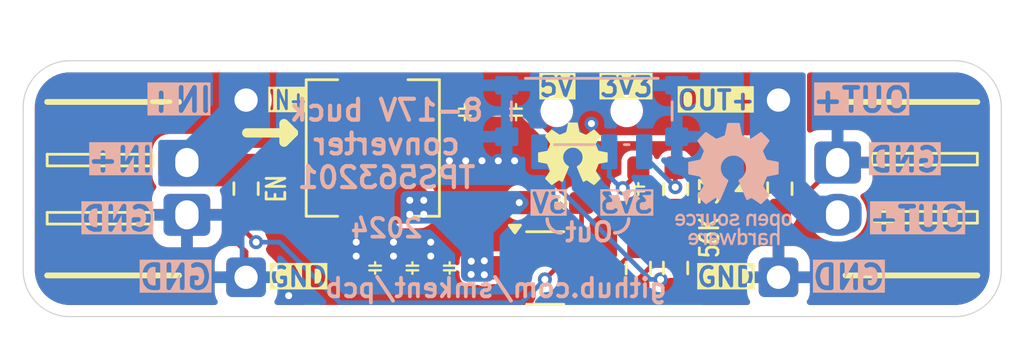
<source format=kicad_pcb>
(kicad_pcb (version 20240108) (generator "pcbnew") (generator_version "8.0")
  (layers (0 "F.Cu" signal) (31 "B.Cu" signal) (34 "B.Paste" user) (35 "F.Paste" user) (36 "B.SilkS" user "B.Silkscreen") (37 "F.SilkS" user "F.Silkscreen") (38 "B.Mask" user) (39 "F.Mask" user) (44 "Edge.Cuts" user))
  (net 0 "")
  (net 1 "GND")
  (net 2 "VIN")
  (net 3 "FB")
  (net 4 "VOUT")
  (net 5 "SW")
  (net 6 "Net-(U1-VBST)")
  (net 7 "Net-(LED1-A)")
  (net 8 "Net-(U1-EN)")
  (net 9 "Net-(SW1-C)")
  (net 10 "Net-(SW1-A)")
  (footprint "Resistor_SMD:R_0603_1608Metric_Pad0.98x0.95mm_HandSolder" (layer "F.Cu") (at 133.3925 69.2 -90)
    (property "Reference" "R3" (hide yes))
    (property "Value" "33K")
    (pad "1" smd roundrect (at -0.9125 0 270) (size 0.975 0.95) (layers "F.Cu" "F.Paste" "F.Mask") (net 9 "Net-(SW1-C)"))
    (pad "2" smd roundrect (at 0.9125 0 270) (size 0.975 0.95) (layers "F.Cu" "F.Paste" "F.Mask") (net 3 "FB"))
  )
  (footprint "discrete:C_0603_1608Metric_Pad1.08x0.95mm_HandSolder" (layer "F.Cu") (at 128.4925 69.8 180)
    (property "Reference" "C7" (hide yes))
    (property "Value" "0u1")
    (pad "1" smd roundrect (at -0.8625 0 180) (size 1.075 0.95) (layers "F.Cu" "F.Paste" "F.Mask") (net 6 "Net-(U1-VBST)"))
    (pad "2" smd roundrect (at 0.8625 0 180) (size 1.075 0.95) (layers "F.Cu" "F.Paste" "F.Mask") (net 5 "SW"))
  )
  (footprint "discrete:C_0603_1608Metric_Pad1.08x0.95mm_HandSolder" (layer "F.Cu") (at 123.6925 72.6 90)
    (property "Reference" "C3" (hide yes))
    (property "Value" "0u1")
    (pad "1" smd roundrect (at -0.8625 0 90) (size 1.075 0.95) (layers "F.Cu" "F.Paste" "F.Mask") (net 2 "VIN"))
    (pad "2" smd roundrect (at 0.8625 0 90) (size 1.075 0.95) (layers "F.Cu" "F.Paste" "F.Mask") (net 1 "GND"))
  )
  (footprint "Resistor_SMD:R_0603_1608Metric_Pad0.98x0.95mm_HandSolder" (layer "F.Cu") (at 133.3925 72.6 -90)
    (property "Reference" "R2" (hide yes))
    (property "Value" "56K")
    (pad "1" smd roundrect (at -0.9125 0 270) (size 0.975 0.95) (layers "F.Cu" "F.Paste" "F.Mask") (net 3 "FB"))
    (pad "2" smd roundrect (at 0.9125 0 270) (size 0.975 0.95) (layers "F.Cu" "F.Paste" "F.Mask") (net 10 "Net-(SW1-A)"))
  )
  (footprint "discrete:L_Power_5.7x5.2mm_0530" (layer "F.Cu") (at 120.3925 67.44 90)
    (property "Reference" "L1" (hide yes))
    (property "Value" "4u7")
    (pad "1" smd roundrect (at -2.3 0 90) (size 1.9 2.5) (layers "F.Cu" "F.Paste" "F.Mask") (net 5 "SW"))
    (pad "2" smd roundrect (at 2.3 0 90) (size 1.9 2.5) (layers "F.Cu" "F.Paste" "F.Mask") (net 4 "VOUT"))
  )
  (footprint "Resistor_SMD:R_0603_1608Metric_Pad0.98x0.95mm_HandSolder" (layer "F.Cu") (at 137.87 69.19 90)
    (property "Reference" "R0" (hide yes))
    (property "Value" "10K")
    (pad "1" smd roundrect (at -0.9125 0 90) (size 0.975 0.95) (layers "F.Cu" "F.Paste" "F.Mask") (net 7 "Net-(LED1-A)"))
    (pad "2" smd roundrect (at 0.9125 0 90) (size 0.975 0.95) (layers "F.Cu" "F.Paste" "F.Mask") (net 4 "VOUT"))
  )
  (footprint "Resistor_SMD:R_0603_1608Metric_Pad0.98x0.95mm_HandSolder" (layer "F.Cu") (at 131.7925 72.6 90)
    (property "Reference" "R1" (hide yes))
    (property "Value" "10K")
    (pad "1" smd roundrect (at -0.9125 0 90) (size 0.975 0.95) (layers "F.Cu" "F.Paste" "F.Mask") (net 1 "GND"))
    (pad "2" smd roundrect (at 0.9125 0 90) (size 0.975 0.95) (layers "F.Cu" "F.Paste" "F.Mask") (net 3 "FB"))
  )
  (footprint "Package_TO_SOT_SMD:SOT-23-6" (layer "F.Cu") (at 127.7925 72.6)
    (property "Reference" "U1" (hide yes))
    (property "Value" "TPS563200")
    (pad "1" smd roundrect (at -1.1375 -0.95) (size 1.325 0.6) (layers "F.Cu" "F.Paste" "F.Mask") (net 1 "GND"))
    (pad "2" smd roundrect (at -1.1375 0) (size 1.325 0.6) (layers "F.Cu" "F.Paste" "F.Mask") (net 5 "SW"))
    (pad "3" smd roundrect (at -1.1375 0.95) (size 1.325 0.6) (layers "F.Cu" "F.Paste" "F.Mask") (net 2 "VIN"))
    (pad "4" smd roundrect (at 1.1375 0.95) (size 1.325 0.6) (layers "F.Cu" "F.Paste" "F.Mask") (net 3 "FB"))
    (pad "5" smd roundrect (at 1.1375 0) (size 1.325 0.6) (layers "F.Cu" "F.Paste" "F.Mask") (net 8 "Net-(U1-EN)"))
    (pad "6" smd roundrect (at 1.1375 -0.95) (size 1.325 0.6) (layers "F.Cu" "F.Paste" "F.Mask") (net 6 "Net-(U1-VBST)"))
  )
  (footprint "discrete:C_0603_1608Metric_Pad1.08x0.95mm_HandSolder" (layer "F.Cu") (at 122.0925 72.6 90)
    (property "Reference" "C2" (hide yes))
    (property "Value" "10u")
    (pad "1" smd roundrect (at -0.8625 0 90) (size 1.075 0.95) (layers "F.Cu" "F.Paste" "F.Mask") (net 2 "VIN"))
    (pad "2" smd roundrect (at 0.8625 0 90) (size 1.075 0.95) (layers "F.Cu" "F.Paste" "F.Mask") (net 1 "GND"))
  )
  (footprint "custom:Conn_Combo_JST-1x02-XH_PH-THT-pad2gnd" (layer "F.Cu") (at 140.35 69.19 90)
    (property "Reference" "J4" (hide yes))
    (property "Value" "Conn_01x02")
    (pad "1" thru_hole oval (at -1.125 0 90) (size 1.8 2) (drill oval 1.25 1) (layers "*.Cu" "*.Mask") (net 4 "VOUT"))
    (pad "2" thru_hole roundrect (at 1.125 0 90) (size 1.8 2) (drill oval 1.25 1) (layers "*.Cu" "*.Mask") (roundrect_rratio 0.1388888889) (net 1 "GND"))
  )
  (footprint "discrete:C_0603_1608Metric_Pad1.08x0.95mm_HandSolder" (layer "F.Cu") (at 131.7925 69.2 90)
    (property "Reference" "C4" (hide yes))
    (property "Value" "75p")
    (pad "1" smd roundrect (at -0.8625 0 90) (size 1.075 0.95) (layers "F.Cu" "F.Paste" "F.Mask") (net 3 "FB"))
    (pad "2" smd roundrect (at 0.8625 0 90) (size 1.075 0.95) (layers "F.Cu" "F.Paste" "F.Mask") (net 4 "VOUT"))
  )
  (footprint "discrete:C_0603_1608Metric_Pad1.08x0.95mm_HandSolder" (layer "F.Cu") (at 120.4925 72.6 90)
    (property "Reference" "C1" (hide yes))
    (property "Value" "10u")
    (pad "1" smd roundrect (at -0.8625 0 90) (size 1.075 0.95) (layers "F.Cu" "F.Paste" "F.Mask") (net 2 "VIN"))
    (pad "2" smd roundrect (at 0.8625 0 90) (size 1.075 0.95) (layers "F.Cu" "F.Paste" "F.Mask") (net 1 "GND"))
  )
  (footprint "custom:LED_0603_1608Metric_Pad1.05x0.95mm_HandSolder_simple" (layer "F.Cu") (at 136.17 69.19 -90)
    (property "Reference" "LED1" (hide yes))
    (property "Value" "LED_Small")
    (pad "1" smd roundrect (at -0.875 0 270) (size 1.05 0.95) (layers "F.Cu" "F.Paste" "F.Mask") (net 1 "GND"))
    (pad "2" smd roundrect (at 0.875 0 270) (size 1.05 0.95) (layers "F.Cu" "F.Paste" "F.Mask") (net 7 "Net-(LED1-A)"))
  )
  (footprint "Resistor_SMD:R_0603_1608Metric_Pad0.98x0.95mm_HandSolder" (layer "F.Cu") (at 114.95 69.19 -90)
    (property "Reference" "R4" (hide yes))
    (property "Value" "10K")
    (pad "1" smd roundrect (at -0.9125 0 270) (size 0.975 0.95) (layers "F.Cu" "F.Paste" "F.Mask") (net 2 "VIN"))
    (pad "2" smd roundrect (at 0.9125 0 270) (size 0.975 0.95) (layers "F.Cu" "F.Paste" "F.Mask") (net 8 "Net-(U1-EN)"))
  )
  (footprint "discrete:C_0805_2012Metric_Pad1.18x1.45mm_HandSolder" (layer "F.Cu") (at 126.4925 65.9 -90)
    (property "Reference" "C9" (hide yes))
    (property "Value" "22u")
    (pad "1" smd roundrect (at -1.0375 0 270) (size 1.175 1.45) (layers "F.Cu" "F.Paste" "F.Mask") (roundrect_rratio 0.212766) (net 4 "VOUT"))
    (pad "2" smd roundrect (at 1.0375 0 270) (size 1.175 1.45) (layers "F.Cu" "F.Paste" "F.Mask") (roundrect_rratio 0.212766) (net 1 "GND"))
  )
  (footprint "custom:Conn_Combo_JST-1x02-XH_PH-THT-pad2gnd" (layer "F.Cu") (at 112.41 69.19 -90)
    (property "Reference" "J1" (hide yes))
    (property "Value" "Conn_01x02")
    (pad "1" thru_hole oval (at -1.125 0 270) (size 1.8 2) (drill oval 1.25 1) (layers "*.Cu" "*.Mask") (net 2 "VIN"))
    (pad "2" thru_hole roundrect (at 1.125 0 270) (size 1.8 2) (drill oval 1.25 1) (layers "*.Cu" "*.Mask") (roundrect_rratio 0.1388888889) (net 1 "GND"))
  )
  (footprint "discrete:C_0805_2012Metric_Pad1.18x1.45mm_HandSolder" (layer "F.Cu") (at 124.2925 65.9 -90)
    (property "Reference" "C8" (hide yes))
    (property "Value" "22u")
    (pad "1" smd roundrect (at -1.0375 0 270) (size 1.175 1.45) (layers "F.Cu" "F.Paste" "F.Mask") (roundrect_rratio 0.212766) (net 4 "VOUT"))
    (pad "2" smd roundrect (at 1.0375 0 270) (size 1.175 1.45) (layers "F.Cu" "F.Paste" "F.Mask") (roundrect_rratio 0.212766) (net 1 "GND"))
  )
  (footprint "graphics:oshw-logo-3mm" (layer "F.Cu") (at 128.98 67.69)
    (property "Reference" "G***" (hide yes))
    (property "Value" "LOGO" (hide yes))
  )
  (footprint "custom:PinHeader_1x01_P2.54mm_simple" (layer "B.Cu") (at 114.95 65.38 180)
    (property "Reference" "J2" (hide yes))
    (property "Value" "Conn_01x03")
    (pad "1" thru_hole oval (at 0 0 180) (size 1.7 1.7) (drill 1) (layers "*.Cu" "*.Mask") (net 2 "VIN"))
  )
  (footprint "graphics:oshw-logo-5mm-text" (layer "B.Cu") (at 135.88 68.99 180)
    (property "Reference" "G***" (hide yes))
    (property "Value" "LOGO" (hide yes))
  )
  (footprint "electromechanical:SW_SPDT_PCM12" (layer "B.Cu") (at 129.7925 66.175)
    (property "Reference" "SW1" (hide yes))
    (property "Value" "SW_SPDT_MountingPin")
    (pad "" np_thru_hole circle (at -1.5 -0.33) (size 0.9 0.9) (drill 0.9) (layers "*.Cu" "*.Mask"))
    (pad "" np_thru_hole circle (at 1.5 -0.33) (size 0.9 0.9) (drill 0.9) (layers "*.Cu" "*.Mask"))
    (pad "1" smd roundrect (at -2.25 1.43) (size 0.7 1.5) (layers "B.Cu" "B.Paste" "B.Mask") (roundrect_rratio 0.125) (net 10 "Net-(SW1-A)"))
    (pad "2" smd roundrect (at 0.75 1.43) (size 0.7 1.5) (layers "B.Cu" "B.Paste" "B.Mask") (roundrect_rratio 0.125) (net 4 "VOUT"))
    (pad "3" smd roundrect (at 2.25 1.43) (size 0.7 1.5) (layers "B.Cu" "B.Paste" "B.Mask") (roundrect_rratio 0.125) (net 9 "Net-(SW1-C)"))
    (pad "MP" smd roundrect (at -3.65 -1.43) (size 1 0.8) (layers "B.Cu" "B.Paste" "B.Mask") (roundrect_rratio 0.125) (net 1 "GND"))
    (pad "MP" smd roundrect (at -3.65 0.78) (size 1 0.8) (layers "B.Cu" "B.Paste" "B.Mask") (roundrect_rratio 0.125) (net 1 "GND"))
    (pad "MP" smd roundrect (at 3.65 -1.43) (size 1 0.8) (layers "B.Cu" "B.Paste" "B.Mask") (roundrect_rratio 0.125) (net 1 "GND"))
    (pad "MP" smd roundrect (at 3.65 0.78) (size 1 0.8) (layers "B.Cu" "B.Paste" "B.Mask") (roundrect_rratio 0.125) (net 1 "GND"))
  )
  (footprint "custom:PinHeader_1x01_P2.54mm_simple_square" (layer "B.Cu") (at 137.81 73 180)
    (property "Reference" "J6" (hide yes))
    (property "Value" "Conn_01x03")
    (pad "1" thru_hole roundrect (at 0 0 180) (size 1.7 1.7) (drill 1) (layers "*.Cu" "*.Mask") (roundrect_rratio 0.1470588235) (net 1 "GND"))
  )
  (footprint "custom:PinHeader_1x01_P2.54mm_simple" (layer "B.Cu") (at 137.81 65.38 180)
    (property "Reference" "J5" (hide yes))
    (property "Value" "Conn_01x03")
    (pad "1" thru_hole oval (at 0 0 180) (size 1.7 1.7) (drill 1) (layers "*.Cu" "*.Mask") (net 4 "VOUT"))
  )
  (footprint "custom:PinHeader_1x01_P2.54mm_simple_square" (layer "B.Cu") (at 114.95 73 180)
    (property "Reference" "J3" (hide yes))
    (property "Value" "Conn_01x03")
    (pad "1" thru_hole roundrect (at 0 0 180) (size 1.7 1.7) (drill 1) (layers "*.Cu" "*.Mask") (roundrect_rratio 0.1470588235) (net 1 "GND"))
  )
  (gr_arc (start 128.48 71.09) (mid 128.055736 70.914264) (end 127.88 70.49) (stroke (width 0.15)) (layer "B.SilkS"))
  (gr_arc (start 131.38 70.49) (mid 131.204264 70.914264) (end 130.78 71.09) (stroke (width 0.15)) (layer "B.SilkS"))
  (gr_poly (pts (xy 116.58 67.19) (xy 116.58 66.39) (xy 116.98 66.79)) (stroke (width 0.4)) (fill solid) (layer "F.SilkS"))
  (gr_line (start 114.98 66.79) (end 116.98 66.79) (stroke (width 0.4)) (layer "F.SilkS"))
  (gr_poly (pts (arc (start 145.38 74.69) (mid 146.794214 74.104214) (end 147.38 72.69)) (arc (start 147.38 65.69) (mid 146.794214 64.275786) (end 145.38 63.69)) (arc (start 107.38 63.69) (mid 105.965786 64.275786) (end 105.38 65.69)) (arc (start 105.38 72.69) (mid 105.965786 74.104214) (end 107.38 74.69))) (stroke (width 0.05)) (fill none) (layer "Edge.Cuts"))
  (gr_text "Out" (at 129.68 70.59 0) (layer "B.SilkS") (effects (font (size 0.8 0.8) (thickness 0.16) (bold yes)) (justify top mirror)))
  (gr_text "GND" (at 141.58 67.95 0) (layer "B.SilkS" knockout) (effects (font (size 1 1) (thickness 0.2) (bold yes)) (justify right mirror)))
  (gr_text "2024" (at 120.98 70.89 0) (layer "B.SilkS") (effects (font (size 0.8 0.8) (thickness 0.16) (bold yes)) (justify mirror)))
  (gr_text "OUT+" (at 141.58 70.49 0) (layer "B.SilkS" knockout) (effects (font (size 1 1) (thickness 0.2) (bold yes)) (justify right mirror)))
  (gr_text "github.com/smkent/pcb" (at 125.68 72.99 0) (layer "B.SilkS") (effects (font (size 0.8 0.8) (thickness 0.16) (bold yes)) (justify top mirror)))
  (gr_text "IN+" (at 113.58 65.38 0) (layer "B.SilkS" knockout) (effects (font (size 1 1) (thickness 0.2) (bold yes)) (justify left mirror)))
  (gr_text "GND" (at 111.08 70.49 0) (layer "B.SilkS" knockout) (effects (font (size 1 1) (thickness 0.2) (bold yes)) (justify left mirror)))
  (gr_text "GND" (at 113.58 73 0) (layer "B.SilkS" knockout) (effects (font (size 1 1) (thickness 0.2) (bold yes)) (justify left mirror)))
  (gr_text "OUT+" (at 139.18 65.38 0) (layer "B.SilkS" knockout) (effects (font (size 1 1) (thickness 0.2) (bold yes)) (justify right mirror)))
  (gr_text "GND" (at 139.18 73 0) (layer "B.SilkS" knockout) (effects (font (size 1 1) (thickness 0.2) (bold yes)) (justify right mirror)))
  (gr_text "IN+" (at 111.08 67.95 0) (layer "B.SilkS" knockout) (effects (font (size 1 1) (thickness 0.2) (bold yes)) (justify left mirror)))
  (gr_text "3V3" (at 131.28 70.29 0) (layer "B.SilkS" knockout) (effects (font (size 0.8 0.8) (thickness 0.16) (bold yes)) (justify bottom mirror)))
  (gr_text "5V" (at 127.98 70.29 0) (layer "B.SilkS" knockout) (effects (font (size 0.8 0.8) (thickness 0.16) (bold yes)) (justify bottom mirror)))
  (gr_text "8-17V buck\nconverter\nTPS563201" (at 120.98 65.29 0) (layer "B.SilkS") (effects (font (size 0.9 0.9) (thickness 0.18) (bold yes)) (justify top mirror)))
  (gr_text "OUT+" (at 136.88 65.39 0) (layer "F.SilkS" knockout) (effects (font (size 0.8 0.8) (thickness 0.16) (bold yes)) (justify right)))
  (gr_text "3V3" (at 131.28 65.29 0) (layer "F.SilkS" knockout) (effects (font (size 0.8 0.8) (thickness 0.16) (bold yes)) (justify bottom)))
  (gr_text "GND" (at 136.88 72.99 0) (layer "F.SilkS" knockout) (effects (font (size 0.8 0.8) (thickness 0.16) (bold yes)) (justify right)))
  (gr_text "5V" (at 128.28 65.29 0) (layer "F.SilkS" knockout) (effects (font (size 0.8 0.8) (thickness 0.16) (bold yes)) (justify bottom)))
  (gr_text "56K" (at 134.38 71.29 90) (layer "F.SilkS") (effects (font (size 0.8 0.6) (thickness 0.12) (bold yes)) (justify top)))
  (gr_text "EN" (at 115.78 69.19 90) (layer "F.SilkS") (effects (font (size 0.8 0.6) (thickness 0.12) (bold yes)) (justify top)))
  (gr_text "33K" (at 134.38 68.99 90) (layer "F.SilkS") (effects (font (size 0.8 0.6) (thickness 0.12) (bold yes)) (justify top)))
  (gr_text "GND" (at 115.88 72.99 0) (layer "F.SilkS" knockout) (effects (font (size 0.8 0.8) (thickness 0.16) (bold yes)) (justify left)))
  (gr_text "IN+" (at 115.83 65.39 0) (layer "F.SilkS" knockout) (effects (font (size 0.8 0.6) (thickness 0.12) (bold yes)) (justify left)))
  (segment (start 133.844222 72.49) (end 134.18 72.154222) (width 0.2) (layer "F.Cu") (net 1))
  (segment (start 132.38 72.49) (end 133.844222 72.49) (width 0.2) (layer "F.Cu") (net 1))
  (segment (start 114.95 73) (end 114.95 71.908529) (width 0.2) (layer "F.Cu") (net 1))
  (segment (start 114.005 70.315) (end 112.41 70.315) (width 0.2) (layer "F.Cu") (net 1))
  (segment (start 114.08 71.038529) (end 114.08 70.39) (width 0.2) (layer "F.Cu") (net 1))
  (segment (start 114.95 71.908529) (end 114.08 71.038529) (width 0.2) (layer "F.Cu") (net 1))
  (segment (start 136.17 68.315) (end 137.045 69.19) (width 0.2) (layer "F.Cu") (net 1))
  (segment (start 134.18 72.154222) (end 134.18 67.79) (width 0.2) (layer "F.Cu") (net 1))
  (segment (start 131.7925 73.0775) (end 132.38 72.49) (width 0.2) (layer "F.Cu") (net 1))
  (segment (start 137.045 69.19) (end 139.225 69.19) (width 0.2) (layer "F.Cu") (net 1))
  (segment (start 133.78 67.39) (end 126.945 67.39) (width 0.2) (layer "F.Cu") (net 1))
  (segment (start 139.225 69.19) (end 140.35 68.065) (width 0.2) (layer "F.Cu") (net 1))
  (segment (start 114.08 70.39) (end 114.005 70.315) (width 0.2) (layer "F.Cu") (net 1))
  (segment (start 126.945 67.39) (end 126.4925 66.9375) (width 0.2) (layer "F.Cu") (net 1))
  (segment (start 131.7925 73.5125) (end 131.7925 73.0775) (width 0.2) (layer "F.Cu") (net 1))
  (segment (start 134.18 67.79) (end 133.78 67.39) (width 0.2) (layer "F.Cu") (net 1))
  (via (at 122.88 72.09) (size 0.6) (drill 0.3) (layers "F.Cu" "B.Cu") (net 1))
  (via (at 126.48 67.99) (size 0.6) (drill 0.3) (layers "F.Cu" "B.Cu") (net 1))
  (via (at 121.28 72.09) (size 0.6) (drill 0.3) (layers "F.Cu" "B.Cu") (net 1))
  (via (at 119.68 71.49) (size 0.6) (drill 0.3) (layers "F.Cu" "B.Cu") (net 1))
  (via (at 122.88 71.49) (size 0.6) (drill 0.3) (layers "F.Cu" "B.Cu") (net 1))
  (via (at 119.68 72.09) (size 0.6) (drill 0.3) (layers "F.Cu" "B.Cu") (net 1))
  (via (at 125.78 67.99) (size 0.6) (drill 0.3) (layers "F.Cu" "B.Cu") (net 1))
  (via (at 116.78 73.79) (size 0.6) (drill 0.3) (layers "F.Cu" "B.Cu") (net 1))
  (via (at 125.08 67.99) (size 0.6) (drill 0.3) (layers "F.Cu" "B.Cu") (net 1))
  (via (at 124.38 67.99) (size 0.6) (drill 0.3) (layers "F.Cu" "B.Cu") (net 1))
  (via (at 123.68 67.99) (size 0.6) (drill 0.3) (layers "F.Cu" "B.Cu") (net 1))
  (via (at 121.28 71.49) (size 0.6) (drill 0.3) (layers "F.Cu" "B.Cu") (net 1))
  (segment (start 119.08 70.89) (end 119.68 71.49) (width 0.2) (layer "B.Cu") (net 1))
  (segment (start 115.08 70.89) (end 119.08 70.89) (width 0.2) (layer "B.Cu") (net 1))
  (segment (start 114.78 71.19) (end 115.08 70.89) (width 0.2) (layer "B.Cu") (net 1))
  (segment (start 114.95 73) (end 114.78 72.83) (width 0.2) (layer "B.Cu") (net 1))
  (segment (start 114.78 72.83) (end 114.78 71.19) (width 0.2) (layer "B.Cu") (net 1))
  (segment (start 131.7925 70.0625) (end 131.7925 71.6875) (width 0.2) (layer "F.Cu") (net 3))
  (segment (start 131.7925 71.6875) (end 131.7825 71.6875) (width 0.2) (layer "F.Cu") (net 3))
  (segment (start 133.3425 70.0625) (end 133.3925 70.1125) (width 0.2) (layer "F.Cu") (net 3))
  (segment (start 131.7925 71.6875) (end 133.3925 71.6875) (width 0.2) (layer "F.Cu") (net 3))
  (segment (start 129.92 73.55) (end 129.1425 73.55) (width 0.2) (layer "F.Cu") (net 3))
  (segment (start 131.7825 71.6875) (end 129.92 73.55) (width 0.2) (layer "F.Cu") (net 3))
  (segment (start 131.7925 70.0625) (end 133.3425 70.0625) (width 0.2) (layer "F.Cu") (net 3))
  (segment (start 131.7925 68.495031) (end 131.12409 69.163441) (width 0.2) (layer "F.Cu") (net 4))
  (segment (start 131.7925 68.3375) (end 131.7925 68.495031) (width 0.2) (layer "F.Cu") (net 4))
  (via (at 131.12409 69.163441) (size 0.6) (drill 0.3) (layers "F.Cu" "B.Cu") (net 4))
  (via (at 129.78 66.39) (size 0.6) (drill 0.3) (layers "F.Cu" "B.Cu") (net 4))
  (segment (start 130.5425 68.6525) (end 130.5425 67.86) (width 0.2) (layer "B.Cu") (net 4))
  (segment (start 129.78 66.39) (end 129.78 67.0975) (width 0.2) (layer "B.Cu") (net 4))
  (segment (start 129.78 67.0975) (end 130.5425 67.86) (width 0.2) (layer "B.Cu") (net 4))
  (segment (start 131.12409 69.163441) (end 131.053441 69.163441) (width 0.2) (layer "B.Cu") (net 4))
  (segment (start 131.053441 69.163441) (end 130.5425 68.6525) (width 0.2) (layer "B.Cu") (net 4))
  (via (at 122.58 70.29) (size 0.6) (drill 0.3) (layers "F.Cu" "B.Cu") (net 5))
  (via (at 124.620366 72.30973) (size 0.6) (drill 0.3) (layers "F.Cu" "B.Cu") (net 5))
  (via (at 122.58 69.69) (size 0.6) (drill 0.3) (layers "F.Cu" "B.Cu") (net 5))
  (via (at 125.18 72.89) (size 0.6) (drill 0.3) (layers "F.Cu" "B.Cu") (net 5))
  (via (at 121.98 70.29) (size 0.6) (drill 0.3) (layers "F.Cu" "B.Cu") (net 5))
  (via (at 121.98 69.69) (size 0.6) (drill 0.3) (layers "F.Cu" "B.Cu") (net 5))
  (via (at 124.615229 72.877451) (size 0.6) (drill 0.3) (layers "F.Cu" "B.Cu") (net 5))
  (via (at 126.68 69.79) (size 0.6) (drill 0.3) (layers "F.Cu" "B.Cu") (net 5))
  (via (at 125.18 72.29) (size 0.6) (drill 0.3) (layers "F.Cu" "B.Cu") (net 5))
  (segment (start 129.355 69.8) (end 129.355 71.4375) (width 0.2) (layer "F.Cu") (net 6))
  (segment (start 129.355 71.4375) (end 129.1425 71.65) (width 0.2) (layer "F.Cu") (net 6))
  (segment (start 136.2075 70.1025) (end 136.17 70.065) (width 0.2) (layer "F.Cu") (net 7))
  (segment (start 137.87 70.1025) (end 136.2075 70.1025) (width 0.2) (layer "F.Cu") (net 7))
  (segment (start 127.78 73.09) (end 128.27 72.6) (width 0.2) (layer "F.Cu") (net 8))
  (segment (start 114.95 71.06) (end 114.95 70.1025) (width 0.2) (layer "F.Cu") (net 8))
  (segment (start 128.27 72.6) (end 129.1425 72.6) (width 0.2) (layer "F.Cu") (net 8))
  (segment (start 115.38 71.49) (end 114.95 71.06) (width 0.2) (layer "F.Cu") (net 8))
  (via (at 127.78 73.09) (size 0.6) (drill 0.3) (layers "F.Cu" "B.Cu") (net 8))
  (via (at 115.38 71.49) (size 0.6) (drill 0.3) (layers "F.Cu" "B.Cu") (net 8))
  (segment (start 116.38 71.49) (end 115.38 71.49) (width 0.2) (layer "B.Cu") (net 8))
  (segment (start 118.98 74.09) (end 116.38 71.49) (width 0.2) (layer "B.Cu") (net 8))
  (segment (start 126.78 74.09) (end 118.98 74.09) (width 0.2) (layer "B.Cu") (net 8))
  (segment (start 127.78 73.09) (end 126.78 74.09) (width 0.2) (layer "B.Cu") (net 8))
  (segment (start 133.38 68.3) (end 133.3925 68.2875) (width 0.2) (layer "F.Cu") (net 9))
  (segment (start 133.38 69.125) (end 133.38 68.3) (width 0.2) (layer "F.Cu") (net 9))
  (via (at 133.38 69.125) (size 0.6) (drill 0.3) (layers "F.Cu" "B.Cu") (net 9))
  (segment (start 132.0425 67.86) (end 132.115 67.86) (width 0.2) (layer "B.Cu") (net 9))
  (segment (start 132.115 67.86) (end 133.38 69.125) (width 0.2) (layer "B.Cu") (net 9))
  (segment (start 132.747637 73.09) (end 133.170137 73.5125) (width 0.2) (layer "F.Cu") (net 10))
  (segment (start 133.170137 73.5125) (end 133.3925 73.5125) (width 0.2) (layer "F.Cu") (net 10))
  (via (at 132.747637 73.09) (size 0.6) (drill 0.3) (layers "F.Cu" "B.Cu") (net 10))
  (segment (start 132.747637 73.09) (end 132.301637 73.09) (width 0.2) (layer "B.Cu") (net 10))
  (segment (start 128.58 69.368363) (end 128.58 68.8975) (width 0.2) (layer "B.Cu") (net 10))
  (segment (start 128.58 68.8975) (end 127.5425 67.86) (width 0.2) (layer "B.Cu") (net 10))
  (segment (start 132.301637 73.09) (end 128.58 69.368363) (width 0.2) (layer "B.Cu") (net 10))
  (zone (net 5) (net_name "SW") (layer "F.Cu") (priority 7) (connect_pads yes (clearance 0)) (min_thickness 0.25) (fill yes (thermal_gap 0.5) (thermal_bridge_width 0.5) (smoothing fillet) (radius 0.25))
    (polygon (pts (xy 128.18 69.29) (xy 128.18 70.29) (xy 126.38 70.29) (xy 126.38 69.29)))
  )
  (zone (net 5) (net_name "SW") (layer "F.Cu") (priority 8) (connect_pads yes (clearance 0)) (min_thickness 0.25) (fill yes (thermal_gap 0.5) (thermal_bridge_width 0.5) (smoothing fillet) (radius 0.25))
    (polygon (pts (xy 127.18 73.09) (xy 127.18 72.09) (xy 124.38 72.09) (xy 124.38 73.09)))
  )
  (zone (net 2) (net_name "VIN") (layer "F.Cu") (priority 1) (connect_pads yes (clearance 0)) (min_thickness 0.25) (fill yes (thermal_gap 0.5) (thermal_bridge_width 0.5) (smoothing fillet) (radius 0.5))
    (polygon (pts (xy 127.38 73.09) (xy 124.98 73.09) (xy 124.58 72.69) (xy 118.58 72.69) (xy 117.18 71.29) (xy 117.18 68.49) (xy 116.38 67.69) (xy 113.98 67.69) (xy 113.48 67.09) (xy 111.18 67.09) (xy 111.18 69.09) (xy 115.78 69.09) (xy 115.78 71.89) (xy 118.18 74.29) (xy 127.38 74.29)))
  )
  (zone (net 5) (net_name "SW") (layer "F.Cu") (priority 5) (connect_pads yes (clearance 0)) (min_thickness 0.25) (fill yes (thermal_gap 0.5) (thermal_bridge_width 0.5) (smoothing fillet) (radius 0.5))
    (polygon (pts (xy 119.13 70.69) (xy 122.88 70.69) (xy 122.88 69.44) (xy 122.13 68.69) (xy 121.78 68.69) (xy 119.13 68.69)))
  )
  (zone (net 1) (net_name "GND") (layer "F.Cu") (connect_pads yes (clearance 0)) (min_thickness 0.25) (fill yes (thermal_gap 0.5) (thermal_bridge_width 0.5) (smoothing fillet) (radius 0.25))
    (polygon (pts (xy 122.98 68.29) (xy 127.78 68.29) (xy 127.78 67.09) (xy 126.78 66.09) (xy 122.98 66.09) (xy 122.98 66.69)))
  )
  (zone (net 1) (net_name "GND") (layer "F.Cu") (connect_pads yes (clearance 0)) (min_thickness 0.25) (fill yes (thermal_gap 0.5) (thermal_bridge_width 0.5) (smoothing fillet) (radius 0.25))
    (polygon (pts (xy 118.78 72.49) (xy 127.93 72.49) (xy 127.93 70.69) (xy 118.78 70.69)))
  )
  (zone (net 0) (net_name "") (layer "F.Cu") (connect_pads yes (clearance 0)) (min_thickness 0.25)
    (keepout (tracks allowed) (vias allowed) (pads allowed) (copperpour not_allowed) (footprints allowed))
    (fill (thermal_gap 0.5) (thermal_bridge_width 0.5))
    (polygon (pts (xy 130.88 74.69) (xy 134.48 74.69) (xy 134.48 67.79) (xy 133.38 67.79) (xy 133.38 70.39) (xy 132.88 70.89) (xy 130.88 70.89)))
  )
  (zone (net 4) (net_name "VOUT") (layer "F.Cu") (priority 3) (connect_pads yes (clearance 0)) (min_thickness 0.25) (fill yes (thermal_gap 0.5) (thermal_bridge_width 0.5) (smoothing fillet) (radius 0.5))
    (polygon (pts (xy 127.98 66.89) (xy 126.78 65.69) (xy 121.88 65.69) (xy 121.38 66.19) (xy 119.18 66.19) (xy 119.18 63.69) (xy 138.78 63.69) (xy 138.78 67.29) (xy 138.38 67.69) (xy 138.38 68.69) (xy 137.38 68.69) (xy 137.38 67.69) (xy 136.58 66.89)))
  )
  (zone (net 1) (net_name "GND") (layers "F&B.Cu") (connect_pads (clearance 0.25)) (min_thickness 0.25) (fill yes (thermal_gap 0.5) (thermal_bridge_width 0.5))
    (polygon (pts (xy 105.38 63.69) (xy 147.38 63.69) (xy 147.38 74.69) (xy 132.38 74.69) (xy 131.18 74.69) (xy 130.58 74.69) (xy 129.98 74.69) (xy 105.38 74.69)))
  )
  (zone (net 5) (net_name "SW") (layer "B.Cu") (priority 6) (connect_pads yes (clearance 0)) (min_thickness 0.25) (fill yes (thermal_gap 0.5) (thermal_bridge_width 0.5) (smoothing fillet) (radius 0.25))
    (polygon (pts (xy 121.58 70.69) (xy 121.58 69.29) (xy 126.68 69.29) (xy 127.08 69.69) (xy 127.08 69.89) (xy 126.68 70.29) (xy 126.38 70.29) (xy 125.58 71.09) (xy 125.58 73.19) (xy 124.18 73.19) (xy 124.18 71.89) (xy 122.98 70.69)))
  )
  (zone (net 2) (net_name "VIN") (layer "B.Cu") (priority 2) (connect_pads yes (clearance 0)) (min_thickness 0.25) (fill yes (thermal_gap 0.5) (thermal_bridge_width 0.5) (smoothing fillet) (island_removal_mode 1) (island_area_min 10))
    (polygon (pts (xy 111.18 69.09) (xy 113.58 69.09) (xy 115.98 66.69) (xy 115.98 63.69) (xy 113.78 63.69) (xy 113.78 65.69) (xy 112.38 67.09) (xy 111.18 67.09)))
  )
  (zone (net 4) (net_name "VOUT") (layer "B.Cu") (priority 4) (connect_pads yes (clearance 0)) (min_thickness 0.25) (fill yes (thermal_gap 0.5) (thermal_bridge_width 0.5) (smoothing fillet) (radius 0.5))
    (polygon (pts (xy 136.58 63.69) (xy 136.58 68.49) (xy 139.18 71.09) (xy 141.38 71.09) (xy 141.38 69.49) (xy 139.58 69.49) (xy 138.98 68.89) (xy 138.98 63.69)))
  )
)
</source>
